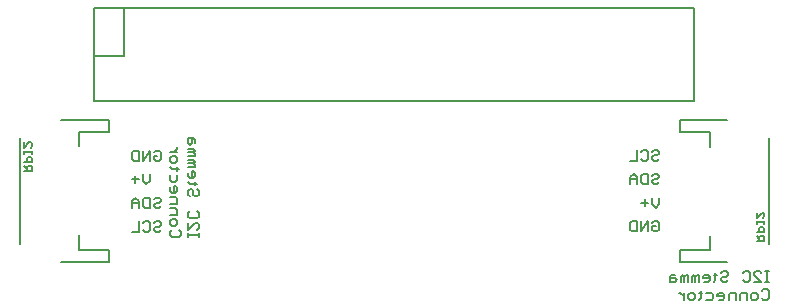
<source format=gbr>
G04 EAGLE Gerber RS-274X export*
G75*
%MOMM*%
%FSLAX34Y34*%
%LPD*%
%INSilkscreen Bottom*%
%IPPOS*%
%AMOC8*
5,1,8,0,0,1.08239X$1,22.5*%
G01*
%ADD10C,0.127000*%
%ADD11C,0.203200*%
%ADD12C,0.152400*%


D10*
X641985Y73025D02*
X639019Y73025D01*
X640502Y73025D02*
X640502Y81923D01*
X641985Y81923D02*
X639019Y81923D01*
X635748Y73025D02*
X629817Y73025D01*
X635748Y73025D02*
X629817Y78957D01*
X629817Y80440D01*
X631299Y81923D01*
X634265Y81923D01*
X635748Y80440D01*
X621944Y81923D02*
X620461Y80440D01*
X621944Y81923D02*
X624910Y81923D01*
X626393Y80440D01*
X626393Y74508D01*
X624910Y73025D01*
X621944Y73025D01*
X620461Y74508D01*
X603234Y81923D02*
X601751Y80440D01*
X603234Y81923D02*
X606200Y81923D01*
X607683Y80440D01*
X607683Y78957D01*
X606200Y77474D01*
X603234Y77474D01*
X601751Y75991D01*
X601751Y74508D01*
X603234Y73025D01*
X606200Y73025D01*
X607683Y74508D01*
X596845Y74508D02*
X596845Y80440D01*
X596845Y74508D02*
X595362Y73025D01*
X595362Y78957D02*
X598327Y78957D01*
X590608Y73025D02*
X587642Y73025D01*
X590608Y73025D02*
X592091Y74508D01*
X592091Y77474D01*
X590608Y78957D01*
X587642Y78957D01*
X586159Y77474D01*
X586159Y75991D01*
X592091Y75991D01*
X582736Y73025D02*
X582736Y78957D01*
X581253Y78957D01*
X579770Y77474D01*
X579770Y73025D01*
X579770Y77474D02*
X578287Y78957D01*
X576804Y77474D01*
X576804Y73025D01*
X573380Y73025D02*
X573380Y78957D01*
X571897Y78957D01*
X570414Y77474D01*
X570414Y73025D01*
X570414Y77474D02*
X568932Y78957D01*
X567449Y77474D01*
X567449Y73025D01*
X562542Y78957D02*
X559576Y78957D01*
X558093Y77474D01*
X558093Y73025D01*
X562542Y73025D01*
X564025Y74508D01*
X562542Y75991D01*
X558093Y75991D01*
X636053Y65200D02*
X637536Y66683D01*
X640502Y66683D01*
X641985Y65200D01*
X641985Y59268D01*
X640502Y57785D01*
X637536Y57785D01*
X636053Y59268D01*
X631147Y57785D02*
X628181Y57785D01*
X626698Y59268D01*
X626698Y62234D01*
X628181Y63717D01*
X631147Y63717D01*
X632630Y62234D01*
X632630Y59268D01*
X631147Y57785D01*
X623275Y57785D02*
X623275Y63717D01*
X618826Y63717D01*
X617343Y62234D01*
X617343Y57785D01*
X613919Y57785D02*
X613919Y63717D01*
X609471Y63717D01*
X607988Y62234D01*
X607988Y57785D01*
X603081Y57785D02*
X600115Y57785D01*
X603081Y57785D02*
X604564Y59268D01*
X604564Y62234D01*
X603081Y63717D01*
X600115Y63717D01*
X598633Y62234D01*
X598633Y60751D01*
X604564Y60751D01*
X593726Y63717D02*
X589277Y63717D01*
X593726Y63717D02*
X595209Y62234D01*
X595209Y59268D01*
X593726Y57785D01*
X589277Y57785D01*
X584371Y59268D02*
X584371Y65200D01*
X584371Y59268D02*
X582888Y57785D01*
X582888Y63717D02*
X585854Y63717D01*
X578134Y57785D02*
X575168Y57785D01*
X573685Y59268D01*
X573685Y62234D01*
X575168Y63717D01*
X578134Y63717D01*
X579617Y62234D01*
X579617Y59268D01*
X578134Y57785D01*
X570262Y57785D02*
X570262Y63717D01*
X570262Y60751D02*
X567296Y63717D01*
X565813Y63717D01*
X150495Y111125D02*
X150495Y114091D01*
X150495Y112608D02*
X159393Y112608D01*
X159393Y111125D02*
X159393Y114091D01*
X150495Y117362D02*
X150495Y123294D01*
X150495Y117362D02*
X156427Y123294D01*
X157910Y123294D01*
X159393Y121811D01*
X159393Y118845D01*
X157910Y117362D01*
X159393Y131166D02*
X157910Y132649D01*
X159393Y131166D02*
X159393Y128200D01*
X157910Y126717D01*
X151978Y126717D01*
X150495Y128200D01*
X150495Y131166D01*
X151978Y132649D01*
X159393Y149876D02*
X157910Y151359D01*
X159393Y149876D02*
X159393Y146910D01*
X157910Y145427D01*
X156427Y145427D01*
X154944Y146910D01*
X154944Y149876D01*
X153461Y151359D01*
X151978Y151359D01*
X150495Y149876D01*
X150495Y146910D01*
X151978Y145427D01*
X151978Y156265D02*
X157910Y156265D01*
X151978Y156265D02*
X150495Y157748D01*
X156427Y157748D02*
X156427Y154783D01*
X150495Y162502D02*
X150495Y165468D01*
X150495Y162502D02*
X151978Y161019D01*
X154944Y161019D01*
X156427Y162502D01*
X156427Y165468D01*
X154944Y166951D01*
X153461Y166951D01*
X153461Y161019D01*
X150495Y170375D02*
X156427Y170375D01*
X156427Y171857D01*
X154944Y173340D01*
X150495Y173340D01*
X154944Y173340D02*
X156427Y174823D01*
X154944Y176306D01*
X150495Y176306D01*
X150495Y179730D02*
X156427Y179730D01*
X156427Y181213D01*
X154944Y182696D01*
X150495Y182696D01*
X154944Y182696D02*
X156427Y184178D01*
X154944Y185661D01*
X150495Y185661D01*
X156427Y190568D02*
X156427Y193534D01*
X154944Y195017D01*
X150495Y195017D01*
X150495Y190568D01*
X151978Y189085D01*
X153461Y190568D01*
X153461Y195017D01*
X142670Y117057D02*
X144153Y115574D01*
X144153Y112608D01*
X142670Y111125D01*
X136738Y111125D01*
X135255Y112608D01*
X135255Y115574D01*
X136738Y117057D01*
X135255Y121963D02*
X135255Y124929D01*
X136738Y126412D01*
X139704Y126412D01*
X141187Y124929D01*
X141187Y121963D01*
X139704Y120480D01*
X136738Y120480D01*
X135255Y121963D01*
X135255Y129835D02*
X141187Y129835D01*
X141187Y134284D01*
X139704Y135767D01*
X135255Y135767D01*
X135255Y139191D02*
X141187Y139191D01*
X141187Y143639D01*
X139704Y145122D01*
X135255Y145122D01*
X135255Y150029D02*
X135255Y152995D01*
X135255Y150029D02*
X136738Y148546D01*
X139704Y148546D01*
X141187Y150029D01*
X141187Y152995D01*
X139704Y154477D01*
X138221Y154477D01*
X138221Y148546D01*
X141187Y159384D02*
X141187Y163833D01*
X141187Y159384D02*
X139704Y157901D01*
X136738Y157901D01*
X135255Y159384D01*
X135255Y163833D01*
X136738Y168739D02*
X142670Y168739D01*
X136738Y168739D02*
X135255Y170222D01*
X141187Y170222D02*
X141187Y167256D01*
X135255Y174976D02*
X135255Y177942D01*
X136738Y179425D01*
X139704Y179425D01*
X141187Y177942D01*
X141187Y174976D01*
X139704Y173493D01*
X136738Y173493D01*
X135255Y174976D01*
X135255Y182848D02*
X141187Y182848D01*
X138221Y182848D02*
X141187Y185814D01*
X141187Y187297D01*
D11*
X8100Y195200D02*
X8100Y105200D01*
X43100Y210200D02*
X83100Y210200D01*
X83100Y200200D01*
X58100Y200200D01*
X58100Y187700D01*
X58100Y112700D02*
X58100Y100200D01*
X83100Y100200D01*
X83100Y90200D01*
X43100Y90200D01*
D12*
X121541Y122805D02*
X122982Y124245D01*
X125863Y124245D01*
X127304Y122805D01*
X127304Y121364D01*
X125863Y119924D01*
X122982Y119924D01*
X121541Y118483D01*
X121541Y117043D01*
X122982Y115602D01*
X125863Y115602D01*
X127304Y117043D01*
X113627Y124245D02*
X112186Y122805D01*
X113627Y124245D02*
X116508Y124245D01*
X117948Y122805D01*
X117948Y117043D01*
X116508Y115602D01*
X113627Y115602D01*
X112186Y117043D01*
X108593Y115602D02*
X108593Y124245D01*
X108593Y115602D02*
X102831Y115602D01*
X121541Y142805D02*
X122982Y144245D01*
X125863Y144245D01*
X127304Y142805D01*
X127304Y141364D01*
X125863Y139924D01*
X122982Y139924D01*
X121541Y138483D01*
X121541Y137043D01*
X122982Y135602D01*
X125863Y135602D01*
X127304Y137043D01*
X117948Y135602D02*
X117948Y144245D01*
X117948Y135602D02*
X113627Y135602D01*
X112186Y137043D01*
X112186Y142805D01*
X113627Y144245D01*
X117948Y144245D01*
X108593Y141364D02*
X108593Y135602D01*
X108593Y141364D02*
X105712Y144245D01*
X102831Y141364D01*
X102831Y135602D01*
X102831Y139924D02*
X108593Y139924D01*
X117948Y158483D02*
X117948Y164245D01*
X117948Y158483D02*
X115067Y155602D01*
X112186Y158483D01*
X112186Y164245D01*
X108593Y159924D02*
X102831Y159924D01*
X105712Y162805D02*
X105712Y157043D01*
X121541Y182805D02*
X122982Y184245D01*
X125863Y184245D01*
X127304Y182805D01*
X127304Y177043D01*
X125863Y175602D01*
X122982Y175602D01*
X121541Y177043D01*
X121541Y179924D01*
X124422Y179924D01*
X117948Y184245D02*
X117948Y175602D01*
X112186Y175602D02*
X117948Y184245D01*
X112186Y184245D02*
X112186Y175602D01*
X108593Y175602D02*
X108593Y184245D01*
X108593Y175602D02*
X104272Y175602D01*
X102831Y177043D01*
X102831Y182805D01*
X104272Y184245D01*
X108593Y184245D01*
D11*
X641900Y194800D02*
X641900Y104800D01*
X606900Y89800D02*
X566900Y89800D01*
X566900Y99800D01*
X591900Y99800D01*
X591900Y112300D01*
X591900Y187300D02*
X591900Y199800D01*
X566900Y199800D01*
X566900Y209800D01*
X606900Y209800D01*
D12*
X544916Y184405D02*
X543476Y182965D01*
X544916Y184405D02*
X547797Y184405D01*
X549238Y182965D01*
X549238Y181524D01*
X547797Y180084D01*
X544916Y180084D01*
X543476Y178643D01*
X543476Y177203D01*
X544916Y175762D01*
X547797Y175762D01*
X549238Y177203D01*
X535561Y184405D02*
X534121Y182965D01*
X535561Y184405D02*
X538442Y184405D01*
X539883Y182965D01*
X539883Y177203D01*
X538442Y175762D01*
X535561Y175762D01*
X534121Y177203D01*
X530528Y175762D02*
X530528Y184405D01*
X530528Y175762D02*
X524765Y175762D01*
X543476Y162965D02*
X544916Y164405D01*
X547797Y164405D01*
X549238Y162965D01*
X549238Y161524D01*
X547797Y160084D01*
X544916Y160084D01*
X543476Y158643D01*
X543476Y157203D01*
X544916Y155762D01*
X547797Y155762D01*
X549238Y157203D01*
X539883Y155762D02*
X539883Y164405D01*
X539883Y155762D02*
X535561Y155762D01*
X534121Y157203D01*
X534121Y162965D01*
X535561Y164405D01*
X539883Y164405D01*
X530528Y161524D02*
X530528Y155762D01*
X530528Y161524D02*
X527647Y164405D01*
X524765Y161524D01*
X524765Y155762D01*
X524765Y160084D02*
X530528Y160084D01*
X549238Y144405D02*
X549238Y138643D01*
X546357Y135762D01*
X543476Y138643D01*
X543476Y144405D01*
X539883Y140084D02*
X534121Y140084D01*
X537002Y142965D02*
X537002Y137203D01*
X544916Y124405D02*
X543476Y122965D01*
X544916Y124405D02*
X547797Y124405D01*
X549238Y122965D01*
X549238Y117203D01*
X547797Y115762D01*
X544916Y115762D01*
X543476Y117203D01*
X543476Y120084D01*
X546357Y120084D01*
X539883Y124405D02*
X539883Y115762D01*
X534121Y115762D02*
X539883Y124405D01*
X534121Y124405D02*
X534121Y115762D01*
X530528Y115762D02*
X530528Y124405D01*
X530528Y115762D02*
X526206Y115762D01*
X524765Y117203D01*
X524765Y122965D01*
X526206Y124405D01*
X530528Y124405D01*
D11*
X71120Y264160D02*
X71120Y304800D01*
X71120Y264160D02*
X71120Y226060D01*
X579120Y226060D01*
X579120Y304800D02*
X96520Y304800D01*
X71120Y304800D01*
X579120Y304800D02*
X579120Y226060D01*
X96520Y264160D02*
X71120Y264160D01*
X96520Y264160D02*
X96520Y304800D01*
D12*
X631712Y107382D02*
X638322Y107382D01*
X638322Y110687D01*
X637220Y111788D01*
X635017Y111788D01*
X633915Y110687D01*
X633915Y107382D01*
X633915Y109585D02*
X631712Y111788D01*
X631712Y114866D02*
X638322Y114866D01*
X638322Y118171D01*
X637220Y119273D01*
X635017Y119273D01*
X633915Y118171D01*
X633915Y114866D01*
X631712Y122350D02*
X631712Y124554D01*
X631712Y123452D02*
X638322Y123452D01*
X638322Y122350D02*
X638322Y124554D01*
X631712Y127340D02*
X631712Y131746D01*
X631712Y127340D02*
X636118Y131746D01*
X637220Y131746D01*
X638322Y130645D01*
X638322Y128441D01*
X637220Y127340D01*
X18294Y166700D02*
X11684Y166700D01*
X18294Y166700D02*
X18294Y170005D01*
X17192Y171107D01*
X14989Y171107D01*
X13887Y170005D01*
X13887Y166700D01*
X13887Y168903D02*
X11684Y171107D01*
X11684Y174184D02*
X18294Y174184D01*
X18294Y177489D01*
X17192Y178591D01*
X14989Y178591D01*
X13887Y177489D01*
X13887Y174184D01*
X11684Y181668D02*
X11684Y183872D01*
X11684Y182770D02*
X18294Y182770D01*
X18294Y181668D02*
X18294Y183872D01*
X11684Y186658D02*
X11684Y191064D01*
X11684Y186658D02*
X16090Y191064D01*
X17192Y191064D01*
X18294Y189963D01*
X18294Y187759D01*
X17192Y186658D01*
M02*

</source>
